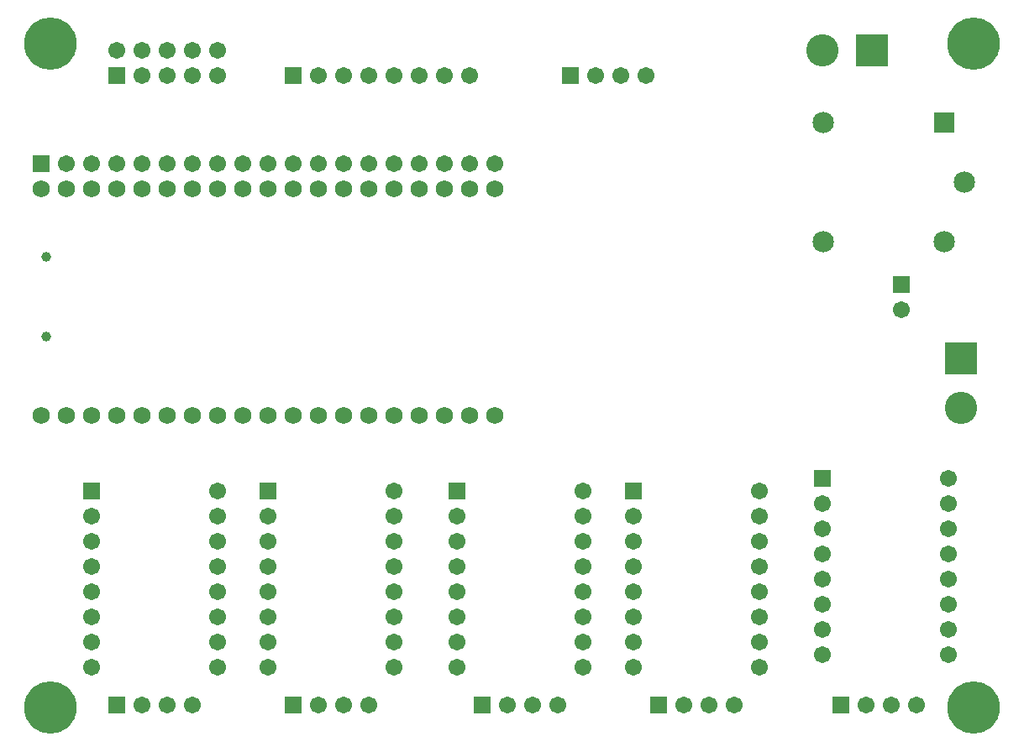
<source format=gbr>
G04 DipTrace 3.3.1.1*
G04 BottomMask.gbr*
%MOIN*%
G04 #@! TF.FileFunction,Soldermask,Bot*
G04 #@! TF.Part,Single*
%ADD60C,0.03937*%
%ADD77C,0.067031*%
%ADD79R,0.067031X0.067031*%
%ADD81C,0.068031*%
%ADD83C,0.128031*%
%ADD85R,0.128031X0.128031*%
%ADD91C,0.208031*%
%ADD95R,0.084803X0.084803*%
%ADD97C,0.084803*%
%ADD107C,0.067087*%
%ADD109R,0.067087X0.067087*%
%FSLAX26Y26*%
G04*
G70*
G90*
G75*
G01*
G04 BotMask*
%LPD*%
D109*
X1493701Y3043701D3*
D107*
X1593701D3*
X1693701D3*
X1793701D3*
X1893701D3*
X1993701D3*
X2093701D3*
X2193701D3*
D109*
X793701Y543701D3*
D107*
X893701D3*
X993701D3*
X1093701D3*
D109*
X1493701D3*
D107*
X1593701D3*
X1693701D3*
X1793701D3*
D109*
X2243701D3*
D107*
X2343701D3*
X2443701D3*
X2543701D3*
D109*
X2943701D3*
D107*
X3043701D3*
X3143701D3*
X3243701D3*
D109*
X3668701D3*
D107*
X3768701D3*
X3868701D3*
X3968701D3*
D109*
X2593701Y3043701D3*
D107*
X2693701D3*
X2793701D3*
X2893701D3*
D109*
X793701D3*
D107*
Y3143701D3*
X893701Y3043701D3*
Y3143701D3*
X993701Y3043701D3*
Y3143701D3*
X1093701Y3043701D3*
Y3143701D3*
X1193701Y3043701D3*
Y3143701D3*
D109*
X493701Y2693701D3*
D107*
X593701D3*
X693701D3*
X793701D3*
X893701D3*
X993701D3*
X1093701D3*
X1193701D3*
X1293701D3*
X1393701D3*
X1493701D3*
X1593701D3*
X1693701D3*
X1793701D3*
X1893701D3*
X1993701D3*
X2093701D3*
X2193701D3*
X2293701D3*
D109*
X3906201Y2213386D3*
D107*
Y2113386D3*
D60*
X512575Y2322584D3*
Y2007623D3*
D97*
X4156201Y2620571D3*
D95*
X4077461Y2856791D3*
D97*
Y2384350D3*
X3597146Y2856791D3*
Y2384350D3*
D91*
X531496Y531496D3*
X4192913D3*
Y3169291D3*
X531496D3*
D85*
X4143701Y1918701D3*
D83*
Y1721850D3*
D85*
X3789764Y3142126D3*
D83*
X3592913D3*
D81*
X493701Y2593701D3*
X593701D3*
X693701D3*
X793701D3*
X893701D3*
X993701D3*
X1093701D3*
X1193701D3*
X1293701D3*
X1393701D3*
X1493701D3*
X1593701D3*
X1693701D3*
X1793701D3*
X1893701D3*
X1993701D3*
X2093701D3*
X2193701D3*
X2293701D3*
X493701Y1693701D3*
X593701D3*
X693701D3*
X793701D3*
X893701D3*
X993701D3*
X1093701D3*
X1193701D3*
X1293701D3*
X1393701D3*
X1493701D3*
X1593701D3*
X1693701D3*
X1793701D3*
X1893701D3*
X1993701D3*
X2093701D3*
X2193701D3*
X2293701D3*
D79*
X693701Y1393701D3*
D77*
Y1293701D3*
Y1193701D3*
Y1093701D3*
Y993701D3*
Y893701D3*
Y793701D3*
Y693701D3*
X1193701D3*
Y793701D3*
Y893701D3*
Y993701D3*
Y1093701D3*
Y1193701D3*
Y1293701D3*
Y1393701D3*
D79*
X1393701D3*
D77*
Y1293701D3*
Y1193701D3*
Y1093701D3*
Y993701D3*
Y893701D3*
Y793701D3*
Y693701D3*
X1893701D3*
Y793701D3*
Y893701D3*
Y993701D3*
Y1093701D3*
Y1193701D3*
Y1293701D3*
Y1393701D3*
D79*
X2143701D3*
D77*
Y1293701D3*
Y1193701D3*
Y1093701D3*
Y993701D3*
Y893701D3*
Y793701D3*
Y693701D3*
X2643701D3*
Y793701D3*
Y893701D3*
Y993701D3*
Y1093701D3*
Y1193701D3*
Y1293701D3*
Y1393701D3*
D79*
X2843701D3*
D77*
Y1293701D3*
Y1193701D3*
Y1093701D3*
Y993701D3*
Y893701D3*
Y793701D3*
Y693701D3*
X3343701D3*
Y793701D3*
Y893701D3*
Y993701D3*
Y1093701D3*
Y1193701D3*
Y1293701D3*
Y1393701D3*
D79*
X3593701Y1443701D3*
D77*
Y1343701D3*
Y1243701D3*
Y1143701D3*
Y1043701D3*
Y943701D3*
Y843701D3*
Y743701D3*
X4093701D3*
Y843701D3*
Y943701D3*
Y1043701D3*
Y1143701D3*
Y1243701D3*
Y1343701D3*
Y1443701D3*
M02*

</source>
